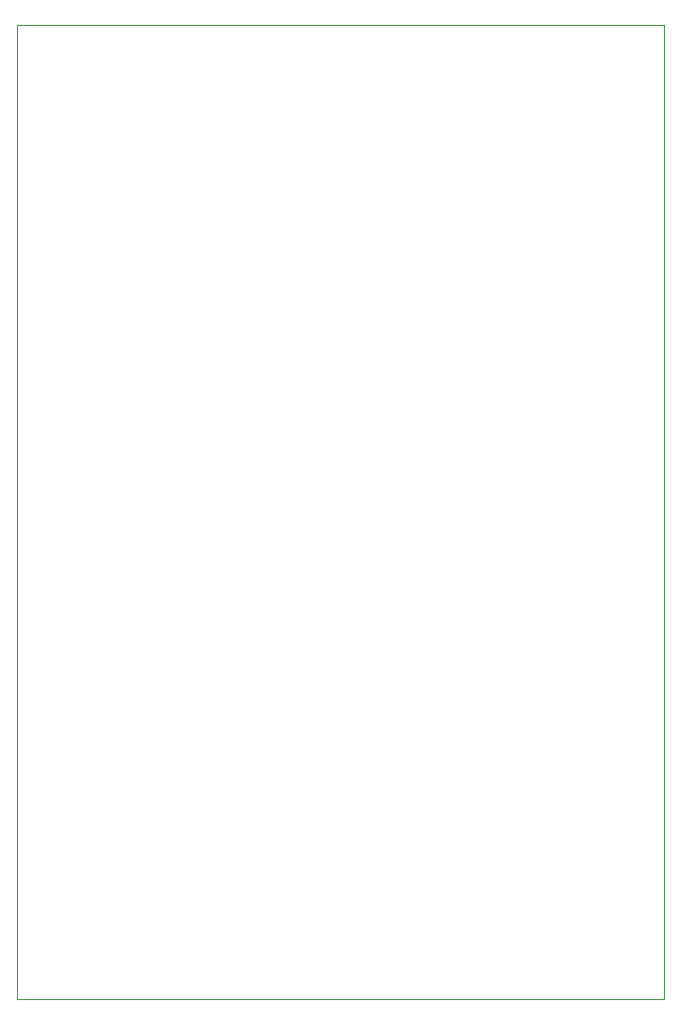
<source format=gm1>
%TF.GenerationSoftware,KiCad,Pcbnew,7.0.7*%
%TF.CreationDate,2023-11-08T05:52:15-07:00*%
%TF.ProjectId,RatGDO-OpenSource-Bare-ESP8266,52617447-444f-42d4-9f70-656e536f7572,rev?*%
%TF.SameCoordinates,Original*%
%TF.FileFunction,Profile,NP*%
%FSLAX46Y46*%
G04 Gerber Fmt 4.6, Leading zero omitted, Abs format (unit mm)*
G04 Created by KiCad (PCBNEW 7.0.7) date 2023-11-08 05:52:15*
%MOMM*%
%LPD*%
G01*
G04 APERTURE LIST*
%TA.AperFunction,Profile*%
%ADD10C,0.100000*%
%TD*%
G04 APERTURE END LIST*
D10*
X113910000Y-57150000D02*
X168910000Y-57150000D01*
X168910000Y-139850000D01*
X113910000Y-139850000D01*
X113910000Y-57150000D01*
M02*

</source>
